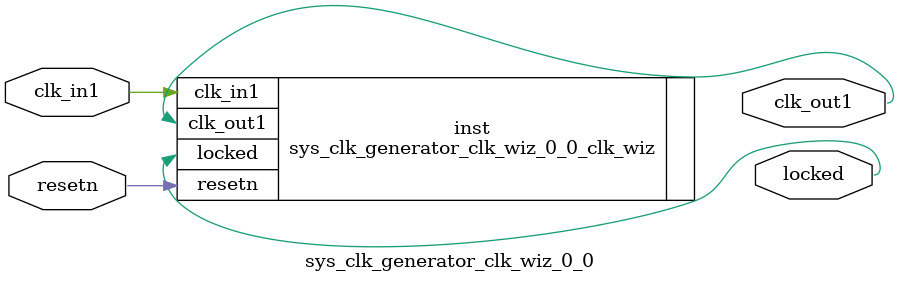
<source format=v>


`timescale 1ps/1ps

(* CORE_GENERATION_INFO = "sys_clk_generator_clk_wiz_0_0,clk_wiz_v6_0_3_0_0,{component_name=sys_clk_generator_clk_wiz_0_0,use_phase_alignment=true,use_min_o_jitter=false,use_max_i_jitter=false,use_dyn_phase_shift=false,use_inclk_switchover=false,use_dyn_reconfig=false,enable_axi=0,feedback_source=FDBK_AUTO,PRIMITIVE=MMCM,num_out_clk=1,clkin1_period=10.000,clkin2_period=10.000,use_power_down=false,use_reset=true,use_locked=true,use_inclk_stopped=false,feedback_type=SINGLE,CLOCK_MGR_TYPE=NA,manual_override=false}" *)

module sys_clk_generator_clk_wiz_0_0 
 (
  // Clock out ports
  output        clk_out1,
  // Status and control signals
  input         resetn,
  output        locked,
 // Clock in ports
  input         clk_in1
 );

  sys_clk_generator_clk_wiz_0_0_clk_wiz inst
  (
  // Clock out ports  
  .clk_out1(clk_out1),
  // Status and control signals               
  .resetn(resetn), 
  .locked(locked),
 // Clock in ports
  .clk_in1(clk_in1)
  );

endmodule

</source>
